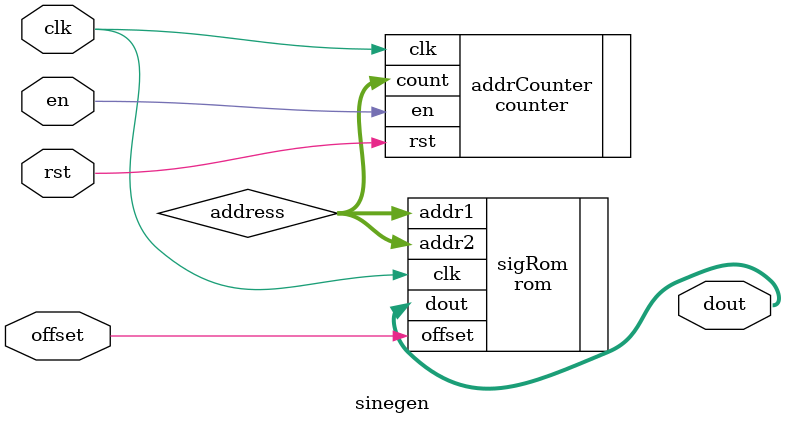
<source format=sv>
module sinegen #(
    parameter A_WIDTH = 8, D_WIDTH = 8, WIDTH = 8
)
(
    //interface signals
    input logic clk,    //clock
    input logic rst,    //reset
    input logic en,     //enable

    input logic offset, //ofset variable for add2

    //input logic  [WIDTH - 1:0] off, //offset for data2

    output logic [D_WIDTH - 1:0] dout,   //output data
);

logic [A_WIDTH - 1:0] address; //interconnect wire from counter output to input of rom
//logic [A_WIDTH - 1:0] address; //doesnt allow for 2 connections?


counter addrCounter(
    .clk (clk),
    .rst (rst),
    .en (en),
    .count(address)
);

rom sigRom(
    .clk(clk),
    .addr1(address),
    .addr2(address),
    .dout(dout),
    .offset(offset)
);


endmodule

</source>
